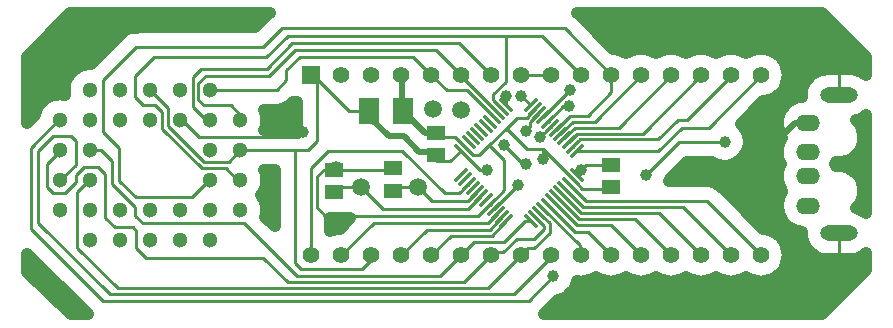
<source format=gbr>
G04 DipTrace 3.0.0.2*
G04 Top.gbr*
%MOIN*%
G04 #@! TF.FileFunction,Copper,L1,Top*
G04 #@! TF.Part,Single*
%AMOUTLINE0*
4,1,4,
-0.016617,-0.024395,
-0.024395,-0.016617,
0.016617,0.024395,
0.024395,0.016617,
-0.016617,-0.024395,
0*%
%AMOUTLINE1*
4,1,4,
-0.024395,0.016617,
-0.016617,0.024395,
0.024395,-0.016617,
0.016617,-0.024395,
-0.024395,0.016617,
0*%
G04 #@! TA.AperFunction,CopperBalancing*
%ADD13C,0.011024*%
G04 #@! TA.AperFunction,Conductor*
%ADD14C,0.019685*%
G04 #@! TA.AperFunction,CopperBalancing*
%ADD15C,0.03937*%
%ADD16R,0.059055X0.051181*%
%ADD18R,0.070866X0.088583*%
G04 #@! TA.AperFunction,ComponentPad*
%ADD22O,0.07874X0.055118*%
%ADD23O,0.125984X0.051181*%
%ADD24C,0.059055*%
%ADD29C,0.051181*%
%ADD30R,0.059055X0.059055*%
%ADD31C,0.055118*%
%ADD35C,0.059055*%
%ADD69OUTLINE0*%
%ADD70OUTLINE1*%
%FSLAX26Y26*%
G04*
G70*
G90*
G75*
G01*
G04 Top*
%LPD*%
X1857890Y960114D2*
D13*
Y959039D1*
X1921260Y895669D1*
X1944882D1*
X2047917Y845785D2*
X1969245Y767113D1*
X2092650Y1113228D2*
X2091496D1*
X2061024Y1143701D1*
X2245764Y878469D2*
Y883559D1*
X2259843Y897638D1*
X1777559Y944882D2*
Y925197D1*
X1822972D1*
X1857890Y960114D1*
X2358268Y913386D2*
X2275591D1*
X2259843Y897638D1*
X1777559Y944882D2*
D14*
Y938976D1*
X1795276Y956693D1*
X1720472D1*
X1669291Y1007874D1*
X1618110D1*
X1557087Y1068898D1*
Y1088583D1*
X1553150Y1092520D1*
X1360236Y1212598D2*
D13*
X1366142D1*
X1486220Y1092520D1*
X1553150D1*
X1560236Y612598D2*
Y595669D1*
X1529528Y564961D1*
X1326772D1*
X1305118Y586614D1*
Y962598D1*
X1350394D1*
X1379921Y992126D1*
Y1192913D1*
X1360236Y1212598D1*
X824016Y1162598D2*
X883858Y1102756D1*
Y1043307D1*
X1003937Y923228D1*
X1084646D1*
X1124016Y962598D1*
X1305118D1*
X2060236Y1212598D2*
X2160236D1*
X1871810Y974034D2*
X1900962Y944882D1*
X1919291D1*
X1953740Y979331D1*
X2003937Y929134D1*
Y829643D1*
X1955327Y781033D1*
X2106570Y1099308D2*
X2078127Y1070866D1*
X2045276D1*
X2011811Y1037402D1*
X1953740Y979331D1*
X2231844Y864549D2*
X2131825Y964567D1*
X2080709D1*
X2011811Y1033465D1*
Y1037402D1*
X2131825Y933007D2*
Y964567D1*
X1871810Y974034D2*
X1839938Y1005906D1*
X1789370D1*
X1777559Y1017717D1*
Y1019685D1*
X2231844Y864549D2*
X2231908D1*
X2263780Y832677D1*
X2352362D1*
X2358268Y838583D1*
X1777559Y1019685D2*
D14*
X1740157D1*
X1667323Y1092520D1*
X1661417D1*
Y1211417D1*
X1660236Y1212598D1*
X1437008Y897638D2*
D13*
X1629921D1*
X1633858Y901575D1*
X1955327Y781033D2*
X1954261D1*
X1917323Y744094D1*
X1407480D1*
X1379921Y771654D1*
Y875984D1*
X1401575Y897638D1*
X1437008D1*
X2160236Y612598D2*
Y607087D1*
X2035433Y482283D1*
X688976D1*
X450787Y720472D1*
Y958661D1*
X500000Y1007874D1*
X559055D1*
X574803Y992126D1*
Y913386D1*
X524016Y862598D1*
X924016Y1062598D2*
X929528D1*
X986220Y1005906D1*
X1316929D1*
X1332677Y1021654D1*
X1442913Y905512D2*
Y903543D1*
X1437008Y897638D1*
X2594488Y891732D2*
D14*
X2811024D1*
X2972441Y1053150D1*
X3015748D1*
X2134408Y1071470D2*
D13*
X2224383Y1161444D1*
X2148327Y1057550D2*
X2201013Y1110236D1*
X2220472D1*
X2738189Y990157D2*
X2586614D1*
X2476378Y879921D1*
X1997084Y1099308D2*
X1966535Y1129857D1*
Y1149606D1*
X2007874Y1190945D1*
Y1344488D1*
X2128346D1*
X2260236Y1212598D1*
X1124016Y862598D2*
X1113780D1*
X1074803Y901575D1*
X996063D1*
X864173Y1033465D1*
Y1088583D1*
X840551Y1112205D1*
X799213D1*
X771654Y1139764D1*
Y1208661D1*
X836614Y1273622D1*
X1210630D1*
X1281496Y1344488D1*
X2007874D1*
X2162247Y1043631D2*
X2124016Y1005400D1*
X1024016Y1062598D2*
X1008268D1*
X964567Y1106299D1*
Y1206693D1*
X992126Y1234252D1*
X1212598D1*
X1297244Y1318898D1*
X1853937D1*
X1960236Y1212598D1*
X2176167Y1029711D2*
X2223227Y1076772D1*
X2281496D1*
X2360236Y1155512D1*
Y1212598D1*
X1024016Y862598D2*
X1020079D1*
X962598Y805118D1*
X775591D1*
X720472Y860236D1*
Y968504D1*
X667323Y1021654D1*
Y1196850D1*
X775591Y1305118D1*
X1200787D1*
X1263780Y1368110D1*
X2204724D1*
X2360236Y1212598D1*
X2190085Y1015791D2*
X2231381Y1057087D1*
X2304724D1*
X2460236Y1212598D1*
X2204005Y1001873D2*
X2239534Y1037402D1*
X2385039D1*
X2560236Y1212598D1*
X2245764Y960114D2*
X2517201D1*
X2594488Y1037402D1*
X2685039D1*
X2860236Y1212598D1*
X2231844Y974034D2*
X2231908D1*
X2255906Y998031D1*
X2517717D1*
X2582677Y1062992D1*
X2614173D1*
X2753937Y1202756D1*
Y1218898D1*
X2760236Y1212598D1*
X2217924Y987953D2*
X2247688Y1017717D1*
X2465354D1*
X2660236Y1212598D1*
X1983165Y1085388D2*
X1860236Y1208318D1*
Y1212598D1*
X1124016Y1062598D2*
Y1080709D1*
X1092520Y1112205D1*
X1001969D1*
X984252Y1129921D1*
Y1185039D1*
X1009843Y1210630D1*
X1220472D1*
X1307087Y1297244D1*
X1775591D1*
X1860236Y1212598D1*
X1969245Y1071470D2*
X1879298Y1161417D1*
X1811417D1*
X1760236Y1212598D1*
X1024016Y1162598D2*
X1245276D1*
X1277559Y1194882D1*
Y1228346D1*
X1322835Y1273622D1*
X1699213D1*
X1760236Y1212598D1*
X1885730Y850630D2*
X1853997Y818898D1*
X1805118D1*
X1663386Y960630D1*
X1415354D1*
X1358268Y903543D1*
Y612598D1*
X1360236D1*
X2217924Y850630D2*
X2275247Y793307D1*
X2679528D1*
X2860236Y612598D1*
X2204005Y836710D2*
X2267093Y773622D1*
X2599213D1*
X2760236Y612598D1*
X2190085Y822791D2*
X2260908Y751969D1*
X2520866D1*
X2660236Y612598D1*
X2176167Y808871D2*
X2252755Y732283D1*
X2440551D1*
X2560236Y612598D1*
X2162247Y794951D2*
X2244600Y712598D1*
X2360236D1*
X2460236Y612598D1*
X2148327Y781033D2*
X2238415Y690945D1*
X2281890D1*
X2360236Y612598D1*
X2134408Y767113D2*
X2255906Y645615D1*
Y616929D1*
X2260236Y612598D1*
X2120488Y753194D2*
X2120822D1*
X2155512Y718504D1*
Y687008D1*
X2104331Y635827D1*
X2083465D1*
X2060236Y612598D1*
Y611417D1*
X1950787Y501969D1*
X714567D1*
X578740Y637795D1*
Y822835D1*
X620079Y864173D1*
X625591D1*
X624016Y862598D1*
X2106570Y739274D2*
X2107182D1*
X2135827Y710630D1*
Y698819D1*
X2104331Y667323D1*
X2045276D1*
X2000000Y622047D1*
X1969685D1*
X1960236Y612598D1*
X524016Y962598D2*
Y959055D1*
X480315Y915354D1*
Y840551D1*
X500000Y820866D1*
X539370D1*
X574803Y856299D1*
Y877953D1*
X602362Y905512D1*
X649606D1*
X673228Y881890D1*
Y736220D1*
X704724Y704724D1*
X765748D1*
X777559Y692913D1*
Y635827D1*
X811024Y602362D1*
X1200787D1*
X1281496Y521654D1*
X1869291D1*
X1960236Y612598D1*
X2092650Y725354D2*
X2071811D1*
X2001969Y655512D1*
X1903150D1*
X1860236Y612598D1*
X624016Y962598D2*
X659449D1*
X696850Y925197D1*
Y848425D1*
X773622Y771654D1*
Y744094D1*
X799213Y718504D1*
X1135827D1*
X1312992Y541339D1*
X1788976D1*
X1860236Y612598D1*
X2011004Y725354D2*
X1962815Y677165D1*
X1824803D1*
X1760236Y612598D1*
X524016Y1062598D2*
X517323D1*
X425197Y970472D1*
Y698819D1*
X665354Y458661D1*
X2084646D1*
X2167323Y541339D1*
X1997084Y739274D2*
X1954660Y696850D1*
X1744488D1*
X1660236Y612598D1*
X1913568Y822791D2*
X1882115Y791339D1*
X1762835D1*
X1715591Y838583D1*
X1645669D1*
X1633858Y826772D1*
X1983165Y753194D2*
X1950444Y720472D1*
X1568110D1*
X1460236Y612598D1*
X1927487Y808871D2*
X1884364Y765748D1*
X1598425D1*
X1525591Y838583D1*
X1452756D1*
X1437008Y822835D1*
X2011004Y1113228D2*
Y1143701D1*
X2120488Y1085388D2*
Y1085055D1*
X2090551Y1055118D1*
Y1043307D1*
X2074803Y1027559D1*
Y917323D2*
X2066929D1*
X2003937Y980315D1*
D15*
X1944882Y895669D3*
X2047917Y845785D3*
X2061024Y1143701D3*
X2259843Y897638D3*
X2061024Y1143701D3*
X2131825Y933007D3*
X1332677Y1021654D3*
X1442913Y905512D3*
X2594488Y891732D3*
X2224383Y1161444D3*
X2220472Y1110236D3*
X2738189Y990157D3*
X2476378Y879921D3*
X2124016Y1005400D3*
X2167323Y541339D3*
X2011004Y1143701D3*
X2074803Y1027559D3*
Y917323D3*
X2003937Y980315D3*
X523156Y1380052D2*
X1178268D1*
X2290247D2*
X3098020D1*
X484913Y1340814D2*
X713824D1*
X2329463D2*
X3137237D1*
X446620Y1301575D2*
X674607D1*
X2368731D2*
X3176504D1*
X417323Y1262336D2*
X635340D1*
X2936982D2*
X3206698D1*
X417323Y1223097D2*
X558650D1*
X2951746D2*
X3038863D1*
X417323Y1183858D2*
X536504D1*
X2947542D2*
X2999492D1*
X417323Y1144619D2*
X493495D1*
X2920373D2*
X2990573D1*
X417323Y1105381D2*
X445205D1*
X1282362D2*
X1309860D1*
X2850450D2*
X2928954D1*
X1214080Y1066142D2*
X1309860D1*
X2811234D2*
X2912755D1*
X3192734D2*
X3206698D1*
X2813541Y1026903D2*
X2915831D1*
X2822409Y987664D2*
X2918189D1*
X2810772Y948425D2*
X2912038D1*
X3182789D2*
X3206698D1*
X2603106Y909186D2*
X2918292D1*
X3113174D2*
X3206698D1*
X1213875Y869948D2*
X1235067D1*
X2563838D2*
X2912038D1*
X3192068D2*
X3206698D1*
X1208082Y830709D2*
X1235067D1*
X2739568D2*
X2924341D1*
X1209210Y791470D2*
X1235067D1*
X2778836D2*
X2912909D1*
X1213567Y752231D2*
X1235067D1*
X2818052D2*
X2915523D1*
X1428309Y712992D2*
X1463188D1*
X2857319D2*
X2939925D1*
X2927704Y673753D2*
X2991290D1*
X2949593Y634514D2*
X3006926D1*
X417323Y595276D2*
X431261D1*
X2950669D2*
X3206698D1*
X417323Y556037D2*
X470529D1*
X2931856D2*
X3201264D1*
X457641Y516798D2*
X509745D1*
X2247750D2*
X3161535D1*
X498447Y477559D2*
X549013D1*
X2220067D2*
X3121806D1*
X539201Y438320D2*
X588229D1*
X2161781D2*
X3082077D1*
X1490717Y736614D2*
X1424383D1*
X1424410Y693211D1*
X1432984Y696471D1*
X1446440Y699702D1*
X1454695Y700570D1*
X1490712Y736613D1*
X2994627Y689925D2*
X2983350Y691807D1*
X2970189Y696083D1*
X2957858Y702366D1*
X2946663Y710500D1*
X2936878Y720285D1*
X2928744Y731480D1*
X2922461Y743811D1*
X2918185Y756972D1*
X2916020Y770640D1*
Y784478D1*
X2918185Y798146D1*
X2922461Y811308D1*
X2928744Y823638D1*
X2930802Y826719D1*
X2925360Y835947D1*
X2920064Y848732D1*
X2916834Y862188D1*
X2915748Y875984D1*
X2916834Y889780D1*
X2920064Y903236D1*
X2925032Y915309D1*
X2920064Y927473D1*
X2916834Y940929D1*
X2915748Y954724D1*
X2916834Y968520D1*
X2920064Y981976D1*
X2925360Y994761D1*
X2930802Y1003884D1*
X2925034Y1013760D1*
X2920914Y1023410D1*
X2917969Y1033480D1*
X2916242Y1043830D1*
X2915756Y1054311D1*
X2916518Y1064776D1*
X2918517Y1075076D1*
X2921726Y1085066D1*
X2926098Y1094604D1*
X2931573Y1103555D1*
X2938071Y1111793D1*
X2945502Y1119200D1*
X2953761Y1125673D1*
X2962729Y1131119D1*
X2972281Y1135461D1*
X2982281Y1138638D1*
X2992587Y1140605D1*
X2994614Y1140838D1*
X2994801Y1153006D1*
X2996328Y1163386D1*
X2999105Y1173505D1*
X3003090Y1183210D1*
X3008225Y1192360D1*
X3014433Y1200819D1*
X3021622Y1208461D1*
X3029687Y1215173D1*
X3038507Y1220856D1*
X3047952Y1225425D1*
X3057882Y1228813D1*
X3068150Y1230970D1*
X3078604Y1231864D1*
X3161277Y1231697D1*
X3171683Y1230360D1*
X3181850Y1227768D1*
X3191628Y1223961D1*
X3200870Y1218995D1*
X3209440Y1212942D1*
X3210649Y1211943D1*
X3210630Y1271397D1*
X3062666Y1419338D1*
X2246606Y1419291D1*
X2251494Y1414880D1*
X2365785Y1300588D1*
X2374032Y1299702D1*
X2387488Y1296471D1*
X2400273Y1291175D1*
X2410206Y1285192D1*
X2420199Y1291175D1*
X2432984Y1296471D1*
X2446440Y1299702D1*
X2460236Y1300787D1*
X2474032Y1299702D1*
X2487488Y1296471D1*
X2500273Y1291175D1*
X2510206Y1285192D1*
X2520199Y1291175D1*
X2532984Y1296471D1*
X2546440Y1299702D1*
X2560236Y1300787D1*
X2574032Y1299702D1*
X2587488Y1296471D1*
X2600273Y1291175D1*
X2610206Y1285192D1*
X2620199Y1291175D1*
X2632984Y1296471D1*
X2646440Y1299702D1*
X2660236Y1300787D1*
X2674032Y1299702D1*
X2687488Y1296471D1*
X2700273Y1291175D1*
X2710206Y1285192D1*
X2720199Y1291175D1*
X2732984Y1296471D1*
X2746440Y1299702D1*
X2760236Y1300787D1*
X2774032Y1299702D1*
X2787488Y1296471D1*
X2800273Y1291175D1*
X2810206Y1285192D1*
X2820199Y1291175D1*
X2832984Y1296471D1*
X2846440Y1299702D1*
X2860236Y1300787D1*
X2874032Y1299702D1*
X2887488Y1296471D1*
X2900273Y1291175D1*
X2912072Y1283945D1*
X2922595Y1274957D1*
X2931583Y1264435D1*
X2938813Y1252635D1*
X2944109Y1239850D1*
X2947339Y1226394D1*
X2948425Y1212598D1*
X2947339Y1198803D1*
X2944109Y1185347D1*
X2938813Y1172561D1*
X2931583Y1160762D1*
X2922595Y1150239D1*
X2912072Y1141252D1*
X2900273Y1134021D1*
X2887488Y1128726D1*
X2874032Y1125495D1*
X2865777Y1124627D1*
X2791482Y1050305D1*
X2799261Y1042318D1*
X2806669Y1032122D1*
X2812390Y1020893D1*
X2816285Y1008907D1*
X2818256Y996459D1*
Y983856D1*
X2816285Y971408D1*
X2812390Y959422D1*
X2806669Y948193D1*
X2799261Y937997D1*
X2790349Y929086D1*
X2780153Y921678D1*
X2768924Y915956D1*
X2756938Y912062D1*
X2744490Y910090D1*
X2731888D1*
X2719440Y912062D1*
X2707454Y915956D1*
X2696225Y921678D1*
X2692722Y924018D1*
X2613978Y924016D1*
X2555340Y865345D1*
X2553986Y859441D1*
X2684717Y859245D1*
X2694968Y857621D1*
X2704839Y854414D1*
X2714087Y849702D1*
X2722483Y843602D1*
X2744856Y821517D1*
X2865745Y700628D1*
X2874032Y699702D1*
X2887488Y696471D1*
X2900273Y691175D1*
X2912072Y683945D1*
X2922595Y674957D1*
X2931583Y664435D1*
X2938813Y652635D1*
X2944109Y639850D1*
X2947339Y626394D1*
X2948425Y612598D1*
X2947339Y598803D1*
X2944109Y585347D1*
X2938813Y572561D1*
X2931583Y560762D1*
X2922595Y550239D1*
X2912072Y541252D1*
X2900273Y534021D1*
X2887488Y528726D1*
X2874032Y525495D1*
X2860236Y524409D1*
X2846440Y525495D1*
X2832984Y528726D1*
X2820199Y534021D1*
X2810267Y540005D1*
X2800273Y534021D1*
X2787488Y528726D1*
X2774032Y525495D1*
X2760236Y524409D1*
X2746440Y525495D1*
X2732984Y528726D1*
X2720199Y534021D1*
X2710267Y540005D1*
X2700273Y534021D1*
X2687488Y528726D1*
X2674032Y525495D1*
X2660236Y524409D1*
X2646440Y525495D1*
X2632984Y528726D1*
X2620199Y534021D1*
X2610267Y540005D1*
X2600273Y534021D1*
X2587488Y528726D1*
X2574032Y525495D1*
X2560236Y524409D1*
X2546440Y525495D1*
X2532984Y528726D1*
X2520199Y534021D1*
X2510267Y540005D1*
X2500273Y534021D1*
X2487488Y528726D1*
X2474032Y525495D1*
X2460236Y524409D1*
X2446440Y525495D1*
X2432984Y528726D1*
X2420199Y534021D1*
X2410267Y540005D1*
X2400273Y534021D1*
X2387488Y528726D1*
X2374032Y525495D1*
X2360236Y524409D1*
X2346440Y525495D1*
X2332984Y528726D1*
X2320199Y534021D1*
X2310267Y540005D1*
X2300273Y534021D1*
X2287488Y528726D1*
X2274032Y525495D1*
X2260236Y524409D1*
X2246096Y525564D1*
X2243707Y516520D1*
X2238884Y504876D1*
X2232299Y494131D1*
X2224114Y484547D1*
X2214531Y476362D1*
X2203785Y469777D1*
X2192142Y464955D1*
X2181941Y462421D1*
X2134877Y415354D1*
X3062818D1*
X3210621Y561366D1*
X3210630Y618715D1*
X3201765Y612275D1*
X3192584Y607196D1*
X3182855Y603269D1*
X3172720Y600554D1*
X3162331Y599089D1*
X3145013Y598819D1*
X3074417Y599049D1*
X3064019Y600450D1*
X3053867Y603103D1*
X3044114Y606970D1*
X3034902Y611993D1*
X3026369Y618098D1*
X3018640Y625194D1*
X3011831Y633176D1*
X3006041Y641927D1*
X3001357Y651315D1*
X2997848Y661203D1*
X2995567Y671445D1*
X2994546Y681887D1*
X2994625Y689870D1*
X3106464Y915309D2*
X3109456Y908591D1*
X3118110Y909055D1*
X3130982Y908042D1*
X3143537Y905028D1*
X3155466Y900087D1*
X3166475Y893340D1*
X3176293Y884955D1*
X3184679Y875137D1*
X3191425Y864128D1*
X3196366Y852199D1*
X3199381Y839644D1*
X3200394Y826772D1*
X3199381Y813900D1*
X3196366Y801345D1*
X3191425Y789416D1*
X3184679Y778407D1*
X3176379Y768681D1*
X3186797Y765384D1*
X3196324Y760989D1*
X3205247Y755469D1*
X3210649Y751313D1*
X3210630Y1079366D1*
X3201765Y1072905D1*
X3192584Y1067826D1*
X3182855Y1063899D1*
X3176387Y1062024D1*
X3184679Y1052302D1*
X3191425Y1041293D1*
X3196366Y1029364D1*
X3199381Y1016809D1*
X3200394Y1003937D1*
X3199381Y991065D1*
X3196366Y978510D1*
X3191425Y966581D1*
X3184679Y955572D1*
X3176293Y945754D1*
X3166475Y937368D1*
X3155466Y930622D1*
X3143537Y925681D1*
X3130982Y922667D1*
X3118110Y921654D1*
X3109524Y922159D1*
X3106464Y915400D1*
X1209970Y855834D2*
X1207854Y842471D1*
X1203673Y829603D1*
X1197531Y817548D1*
X1194254Y812645D1*
X1200839Y801742D1*
X1206016Y789242D1*
X1209175Y776086D1*
X1210236Y762598D1*
X1209175Y749111D1*
X1207316Y740562D1*
X1238962Y708907D1*
X1238976Y896500D1*
X1203361Y896457D1*
X1207854Y882726D1*
X1209970Y869363D1*
Y855834D1*
X439244Y1078032D2*
X442015Y1089242D1*
X447193Y1101742D1*
X454262Y1113278D1*
X463049Y1123566D1*
X473337Y1132352D1*
X484872Y1139421D1*
X497372Y1144599D1*
X510528Y1147757D1*
X524016Y1148819D1*
X537504Y1147757D1*
X539138Y1147432D1*
X538061Y1155834D1*
Y1169363D1*
X540178Y1182726D1*
X544358Y1195594D1*
X550501Y1207648D1*
X558453Y1218594D1*
X568020Y1228161D1*
X578966Y1236113D1*
X591021Y1242256D1*
X603888Y1246437D1*
X617251Y1248553D1*
X625681Y1248753D1*
X732635Y1355413D1*
X741032Y1361513D1*
X750279Y1366225D1*
X760150Y1369432D1*
X770401Y1371056D1*
X801837Y1371260D1*
X1173444D1*
X1220824Y1418405D1*
X1221095Y1418618D1*
X1220472Y1419291D1*
X557486D1*
X413394Y1271526D1*
X413386Y1052176D1*
X439216Y1078031D1*
X1209970Y1055834D2*
X1207854Y1042471D1*
X1203673Y1029603D1*
X1203263Y1028715D1*
X1313782Y1028740D1*
X1313779Y1122488D1*
X1298604Y1122441D1*
X1288231Y1112304D1*
X1279835Y1106203D1*
X1270587Y1101491D1*
X1260716Y1098284D1*
X1250465Y1096661D1*
X1219029Y1096457D1*
X1203291D1*
X1206016Y1089242D1*
X1209175Y1076086D1*
X1210236Y1062598D1*
X1209970Y1055834D1*
X615141Y415336D2*
X413382Y617095D1*
X413386Y555569D1*
X559143Y415327D1*
X615106Y415354D1*
X3118110Y1231839D2*
D13*
Y1145669D1*
Y685039D2*
Y598870D1*
D16*
X1777559Y944882D3*
Y1019685D3*
D18*
X1553150Y1092520D3*
X1667323D3*
D16*
X2358268Y913386D3*
Y838583D3*
X1633858Y826772D3*
Y901575D3*
X1437008Y822835D3*
Y897638D3*
D22*
X3015748Y777559D3*
Y875984D3*
Y954724D3*
Y1053150D3*
D23*
X3118110Y1145669D3*
Y685039D3*
D24*
X1767717Y1098425D3*
X1858268Y1096457D3*
D69*
X1857890Y878469D3*
X1871810Y864549D3*
X1885730Y850630D3*
X1899648Y836710D3*
X1913568Y822791D3*
X1927487Y808871D3*
X1941407Y794951D3*
X1955327Y781033D3*
X1969245Y767113D3*
X1983165Y753194D3*
X1997084Y739274D3*
X2011004Y725354D3*
D70*
X2092650D3*
X2106570Y739274D3*
X2120488Y753194D3*
X2134408Y767113D3*
X2148327Y781033D3*
X2162247Y794951D3*
X2176167Y808871D3*
X2190085Y822791D3*
X2204005Y836710D3*
X2217924Y850630D3*
X2231844Y864549D3*
X2245764Y878469D3*
D69*
Y960114D3*
X2231844Y974034D3*
X2217924Y987953D3*
X2204005Y1001873D3*
X2190085Y1015791D3*
X2176167Y1029711D3*
X2162247Y1043631D3*
X2148327Y1057550D3*
X2134408Y1071470D3*
X2120488Y1085388D3*
X2106570Y1099308D3*
X2092650Y1113228D3*
D70*
X2011004D3*
X1997084Y1099308D3*
X1983165Y1085388D3*
X1969245Y1071470D3*
X1955327Y1057550D3*
X1941407Y1043631D3*
X1927487Y1029711D3*
X1913568Y1015791D3*
X1899648Y1001873D3*
X1885730Y987953D3*
X1871810Y974034D3*
X1857890Y960114D3*
D29*
X1024016Y962598D3*
X1124016Y862598D3*
X1024016D3*
X1124016Y762598D3*
X1024016Y662598D3*
Y762598D3*
X924016Y662598D3*
Y762598D3*
X824016Y662598D3*
Y762598D3*
X724016Y662598D3*
Y762598D3*
X624016Y662598D3*
X524016Y762598D3*
X624016D3*
X524016Y862598D3*
X624016D3*
X524016Y962598D3*
X624016D3*
X524016Y1062598D3*
X624016D3*
X724016Y1162598D3*
Y1062598D3*
X824016Y1162598D3*
Y1062598D3*
X924016Y1162598D3*
Y1062598D3*
X1024016Y1162598D3*
X1124016Y1062598D3*
X1024016D3*
X1124016Y962598D3*
X624016Y1162598D3*
D30*
X1360236Y1212598D3*
D31*
X1460236D3*
X1560236D3*
X1660236D3*
X1760236D3*
X1860236D3*
X1960236D3*
X2060236D3*
X2160236D3*
X2260236D3*
X2360236D3*
X2460236D3*
X2560236D3*
X2660236D3*
X2760236D3*
X2860236D3*
Y612598D3*
X2760236D3*
X2660236D3*
X2560236D3*
X2460236D3*
X2360236D3*
X2260236D3*
X2160236D3*
X2060236D3*
X1960236D3*
X1860236D3*
X1760236D3*
X1660236D3*
X1560236D3*
X1460236D3*
X1360236D3*
D35*
X1525591Y838583D3*
X1715591D3*
M02*

</source>
